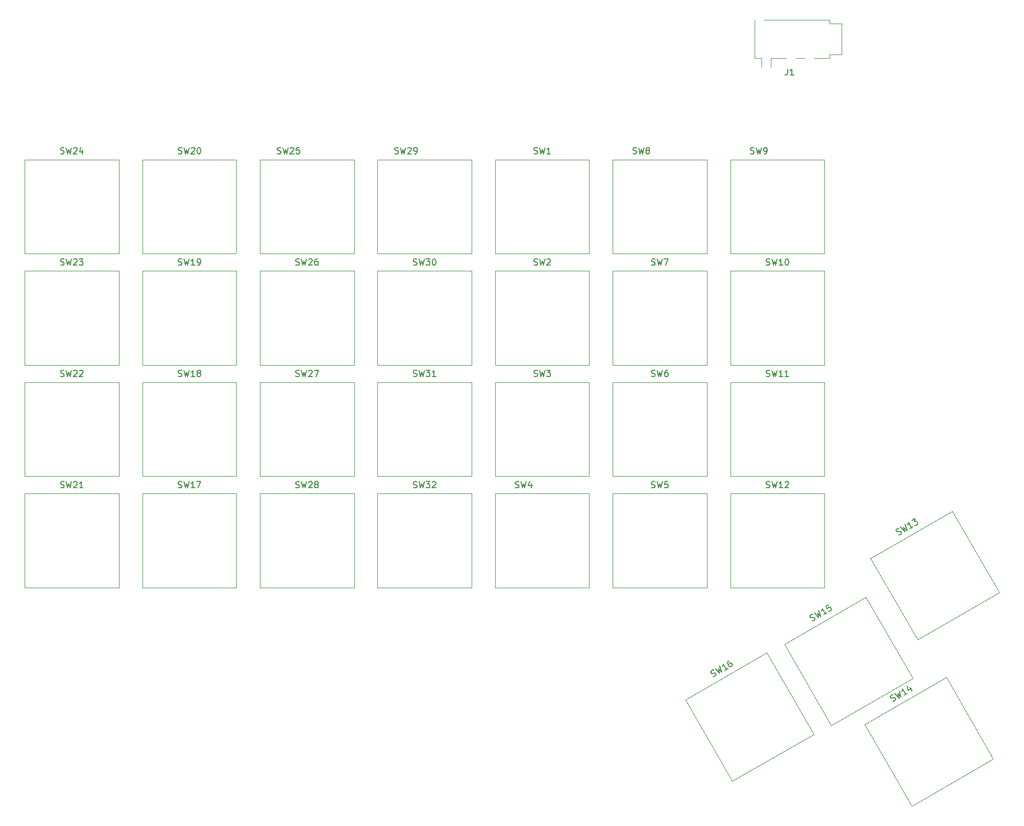
<source format=gbr>
%TF.GenerationSoftware,KiCad,Pcbnew,(6.0.9)*%
%TF.CreationDate,2022-12-02T11:33:43-08:00*%
%TF.ProjectId,keyboard_left,6b657962-6f61-4726-945f-6c6566742e6b,rev?*%
%TF.SameCoordinates,Original*%
%TF.FileFunction,Legend,Top*%
%TF.FilePolarity,Positive*%
%FSLAX46Y46*%
G04 Gerber Fmt 4.6, Leading zero omitted, Abs format (unit mm)*
G04 Created by KiCad (PCBNEW (6.0.9)) date 2022-12-02 11:33:43*
%MOMM*%
%LPD*%
G01*
G04 APERTURE LIST*
%ADD10C,0.150000*%
%ADD11C,0.120000*%
G04 APERTURE END LIST*
D10*
%TO.C,SW27*%
X67690476Y-82904761D02*
X67833333Y-82952380D01*
X68071428Y-82952380D01*
X68166666Y-82904761D01*
X68214285Y-82857142D01*
X68261904Y-82761904D01*
X68261904Y-82666666D01*
X68214285Y-82571428D01*
X68166666Y-82523809D01*
X68071428Y-82476190D01*
X67880952Y-82428571D01*
X67785714Y-82380952D01*
X67738095Y-82333333D01*
X67690476Y-82238095D01*
X67690476Y-82142857D01*
X67738095Y-82047619D01*
X67785714Y-82000000D01*
X67880952Y-81952380D01*
X68119047Y-81952380D01*
X68261904Y-82000000D01*
X68595238Y-81952380D02*
X68833333Y-82952380D01*
X69023809Y-82238095D01*
X69214285Y-82952380D01*
X69452380Y-81952380D01*
X69785714Y-82047619D02*
X69833333Y-82000000D01*
X69928571Y-81952380D01*
X70166666Y-81952380D01*
X70261904Y-82000000D01*
X70309523Y-82047619D01*
X70357142Y-82142857D01*
X70357142Y-82238095D01*
X70309523Y-82380952D01*
X69738095Y-82952380D01*
X70357142Y-82952380D01*
X70690476Y-81952380D02*
X71357142Y-81952380D01*
X70928571Y-82952380D01*
%TO.C,SW9*%
X141166666Y-46904761D02*
X141309523Y-46952380D01*
X141547619Y-46952380D01*
X141642857Y-46904761D01*
X141690476Y-46857142D01*
X141738095Y-46761904D01*
X141738095Y-46666666D01*
X141690476Y-46571428D01*
X141642857Y-46523809D01*
X141547619Y-46476190D01*
X141357142Y-46428571D01*
X141261904Y-46380952D01*
X141214285Y-46333333D01*
X141166666Y-46238095D01*
X141166666Y-46142857D01*
X141214285Y-46047619D01*
X141261904Y-46000000D01*
X141357142Y-45952380D01*
X141595238Y-45952380D01*
X141738095Y-46000000D01*
X142071428Y-45952380D02*
X142309523Y-46952380D01*
X142500000Y-46238095D01*
X142690476Y-46952380D01*
X142928571Y-45952380D01*
X143357142Y-46952380D02*
X143547619Y-46952380D01*
X143642857Y-46904761D01*
X143690476Y-46857142D01*
X143785714Y-46714285D01*
X143833333Y-46523809D01*
X143833333Y-46142857D01*
X143785714Y-46047619D01*
X143738095Y-46000000D01*
X143642857Y-45952380D01*
X143452380Y-45952380D01*
X143357142Y-46000000D01*
X143309523Y-46047619D01*
X143261904Y-46142857D01*
X143261904Y-46380952D01*
X143309523Y-46476190D01*
X143357142Y-46523809D01*
X143452380Y-46571428D01*
X143642857Y-46571428D01*
X143738095Y-46523809D01*
X143785714Y-46476190D01*
X143833333Y-46380952D01*
%TO.C,SW11*%
X143690476Y-82904761D02*
X143833333Y-82952380D01*
X144071428Y-82952380D01*
X144166666Y-82904761D01*
X144214285Y-82857142D01*
X144261904Y-82761904D01*
X144261904Y-82666666D01*
X144214285Y-82571428D01*
X144166666Y-82523809D01*
X144071428Y-82476190D01*
X143880952Y-82428571D01*
X143785714Y-82380952D01*
X143738095Y-82333333D01*
X143690476Y-82238095D01*
X143690476Y-82142857D01*
X143738095Y-82047619D01*
X143785714Y-82000000D01*
X143880952Y-81952380D01*
X144119047Y-81952380D01*
X144261904Y-82000000D01*
X144595238Y-81952380D02*
X144833333Y-82952380D01*
X145023809Y-82238095D01*
X145214285Y-82952380D01*
X145452380Y-81952380D01*
X146357142Y-82952380D02*
X145785714Y-82952380D01*
X146071428Y-82952380D02*
X146071428Y-81952380D01*
X145976190Y-82095238D01*
X145880952Y-82190476D01*
X145785714Y-82238095D01*
X147309523Y-82952380D02*
X146738095Y-82952380D01*
X147023809Y-82952380D02*
X147023809Y-81952380D01*
X146928571Y-82095238D01*
X146833333Y-82190476D01*
X146738095Y-82238095D01*
%TO.C,SW15*%
X151135287Y-122461066D02*
X151282814Y-122430877D01*
X151489011Y-122311830D01*
X151547680Y-122222971D01*
X151565110Y-122157922D01*
X151558730Y-122051634D01*
X151511111Y-121969156D01*
X151422253Y-121910487D01*
X151357204Y-121893057D01*
X151250916Y-121899437D01*
X151062149Y-121953435D01*
X150955861Y-121959815D01*
X150890812Y-121942385D01*
X150801954Y-121883716D01*
X150754334Y-121801238D01*
X150747955Y-121694949D01*
X150765385Y-121629901D01*
X150824054Y-121541042D01*
X151030250Y-121421995D01*
X151177778Y-121391805D01*
X151442643Y-121183899D02*
X152148840Y-121930877D01*
X151956654Y-121217050D01*
X152478754Y-121740401D01*
X152184951Y-120755328D01*
X153468497Y-121168972D02*
X152973626Y-121454687D01*
X153221062Y-121311830D02*
X152721062Y-120445804D01*
X152710012Y-120617141D01*
X152675152Y-120747239D01*
X152616483Y-120836097D01*
X153752044Y-119850566D02*
X153339651Y-120088661D01*
X153536507Y-120524864D01*
X153553937Y-120459815D01*
X153612606Y-120370957D01*
X153818803Y-120251909D01*
X153925091Y-120245529D01*
X153990139Y-120262959D01*
X154078998Y-120321628D01*
X154198045Y-120527825D01*
X154204425Y-120634113D01*
X154186995Y-120699162D01*
X154128326Y-120788020D01*
X153922130Y-120907068D01*
X153815842Y-120913447D01*
X153750793Y-120896018D01*
%TO.C,SW5*%
X125166666Y-100904761D02*
X125309523Y-100952380D01*
X125547619Y-100952380D01*
X125642857Y-100904761D01*
X125690476Y-100857142D01*
X125738095Y-100761904D01*
X125738095Y-100666666D01*
X125690476Y-100571428D01*
X125642857Y-100523809D01*
X125547619Y-100476190D01*
X125357142Y-100428571D01*
X125261904Y-100380952D01*
X125214285Y-100333333D01*
X125166666Y-100238095D01*
X125166666Y-100142857D01*
X125214285Y-100047619D01*
X125261904Y-100000000D01*
X125357142Y-99952380D01*
X125595238Y-99952380D01*
X125738095Y-100000000D01*
X126071428Y-99952380D02*
X126309523Y-100952380D01*
X126500000Y-100238095D01*
X126690476Y-100952380D01*
X126928571Y-99952380D01*
X127785714Y-99952380D02*
X127309523Y-99952380D01*
X127261904Y-100428571D01*
X127309523Y-100380952D01*
X127404761Y-100333333D01*
X127642857Y-100333333D01*
X127738095Y-100380952D01*
X127785714Y-100428571D01*
X127833333Y-100523809D01*
X127833333Y-100761904D01*
X127785714Y-100857142D01*
X127738095Y-100904761D01*
X127642857Y-100952380D01*
X127404761Y-100952380D01*
X127309523Y-100904761D01*
X127261904Y-100857142D01*
%TO.C,SW14*%
X164135287Y-135461066D02*
X164282814Y-135430877D01*
X164489011Y-135311830D01*
X164547680Y-135222971D01*
X164565110Y-135157922D01*
X164558730Y-135051634D01*
X164511111Y-134969156D01*
X164422253Y-134910487D01*
X164357204Y-134893057D01*
X164250916Y-134899437D01*
X164062149Y-134953435D01*
X163955861Y-134959815D01*
X163890812Y-134942385D01*
X163801954Y-134883716D01*
X163754334Y-134801238D01*
X163747955Y-134694949D01*
X163765385Y-134629901D01*
X163824054Y-134541042D01*
X164030250Y-134421995D01*
X164177778Y-134391805D01*
X164442643Y-134183899D02*
X165148840Y-134930877D01*
X164956654Y-134217050D01*
X165478754Y-134740401D01*
X165184951Y-133755328D01*
X166468497Y-134168972D02*
X165973626Y-134454687D01*
X166221062Y-134311830D02*
X165721062Y-133445804D01*
X165710012Y-133617141D01*
X165675152Y-133747239D01*
X165616483Y-133836097D01*
X166877472Y-133163051D02*
X167210805Y-133740401D01*
X166480799Y-132952184D02*
X166631745Y-133689821D01*
X167167856Y-133380297D01*
%TO.C,SW21*%
X29690476Y-100904761D02*
X29833333Y-100952380D01*
X30071428Y-100952380D01*
X30166666Y-100904761D01*
X30214285Y-100857142D01*
X30261904Y-100761904D01*
X30261904Y-100666666D01*
X30214285Y-100571428D01*
X30166666Y-100523809D01*
X30071428Y-100476190D01*
X29880952Y-100428571D01*
X29785714Y-100380952D01*
X29738095Y-100333333D01*
X29690476Y-100238095D01*
X29690476Y-100142857D01*
X29738095Y-100047619D01*
X29785714Y-100000000D01*
X29880952Y-99952380D01*
X30119047Y-99952380D01*
X30261904Y-100000000D01*
X30595238Y-99952380D02*
X30833333Y-100952380D01*
X31023809Y-100238095D01*
X31214285Y-100952380D01*
X31452380Y-99952380D01*
X31785714Y-100047619D02*
X31833333Y-100000000D01*
X31928571Y-99952380D01*
X32166666Y-99952380D01*
X32261904Y-100000000D01*
X32309523Y-100047619D01*
X32357142Y-100142857D01*
X32357142Y-100238095D01*
X32309523Y-100380952D01*
X31738095Y-100952380D01*
X32357142Y-100952380D01*
X33309523Y-100952380D02*
X32738095Y-100952380D01*
X33023809Y-100952380D02*
X33023809Y-99952380D01*
X32928571Y-100095238D01*
X32833333Y-100190476D01*
X32738095Y-100238095D01*
%TO.C,SW3*%
X106166666Y-82904761D02*
X106309523Y-82952380D01*
X106547619Y-82952380D01*
X106642857Y-82904761D01*
X106690476Y-82857142D01*
X106738095Y-82761904D01*
X106738095Y-82666666D01*
X106690476Y-82571428D01*
X106642857Y-82523809D01*
X106547619Y-82476190D01*
X106357142Y-82428571D01*
X106261904Y-82380952D01*
X106214285Y-82333333D01*
X106166666Y-82238095D01*
X106166666Y-82142857D01*
X106214285Y-82047619D01*
X106261904Y-82000000D01*
X106357142Y-81952380D01*
X106595238Y-81952380D01*
X106738095Y-82000000D01*
X107071428Y-81952380D02*
X107309523Y-82952380D01*
X107500000Y-82238095D01*
X107690476Y-82952380D01*
X107928571Y-81952380D01*
X108214285Y-81952380D02*
X108833333Y-81952380D01*
X108500000Y-82333333D01*
X108642857Y-82333333D01*
X108738095Y-82380952D01*
X108785714Y-82428571D01*
X108833333Y-82523809D01*
X108833333Y-82761904D01*
X108785714Y-82857142D01*
X108738095Y-82904761D01*
X108642857Y-82952380D01*
X108357142Y-82952380D01*
X108261904Y-82904761D01*
X108214285Y-82857142D01*
%TO.C,SW10*%
X143690476Y-64904761D02*
X143833333Y-64952380D01*
X144071428Y-64952380D01*
X144166666Y-64904761D01*
X144214285Y-64857142D01*
X144261904Y-64761904D01*
X144261904Y-64666666D01*
X144214285Y-64571428D01*
X144166666Y-64523809D01*
X144071428Y-64476190D01*
X143880952Y-64428571D01*
X143785714Y-64380952D01*
X143738095Y-64333333D01*
X143690476Y-64238095D01*
X143690476Y-64142857D01*
X143738095Y-64047619D01*
X143785714Y-64000000D01*
X143880952Y-63952380D01*
X144119047Y-63952380D01*
X144261904Y-64000000D01*
X144595238Y-63952380D02*
X144833333Y-64952380D01*
X145023809Y-64238095D01*
X145214285Y-64952380D01*
X145452380Y-63952380D01*
X146357142Y-64952380D02*
X145785714Y-64952380D01*
X146071428Y-64952380D02*
X146071428Y-63952380D01*
X145976190Y-64095238D01*
X145880952Y-64190476D01*
X145785714Y-64238095D01*
X146976190Y-63952380D02*
X147071428Y-63952380D01*
X147166666Y-64000000D01*
X147214285Y-64047619D01*
X147261904Y-64142857D01*
X147309523Y-64333333D01*
X147309523Y-64571428D01*
X147261904Y-64761904D01*
X147214285Y-64857142D01*
X147166666Y-64904761D01*
X147071428Y-64952380D01*
X146976190Y-64952380D01*
X146880952Y-64904761D01*
X146833333Y-64857142D01*
X146785714Y-64761904D01*
X146738095Y-64571428D01*
X146738095Y-64333333D01*
X146785714Y-64142857D01*
X146833333Y-64047619D01*
X146880952Y-64000000D01*
X146976190Y-63952380D01*
%TO.C,J1*%
X147129166Y-33239880D02*
X147129166Y-33954166D01*
X147081547Y-34097023D01*
X146986309Y-34192261D01*
X146843452Y-34239880D01*
X146748214Y-34239880D01*
X148129166Y-34239880D02*
X147557738Y-34239880D01*
X147843452Y-34239880D02*
X147843452Y-33239880D01*
X147748214Y-33382738D01*
X147652976Y-33477976D01*
X147557738Y-33525595D01*
%TO.C,SW24*%
X29690476Y-46904761D02*
X29833333Y-46952380D01*
X30071428Y-46952380D01*
X30166666Y-46904761D01*
X30214285Y-46857142D01*
X30261904Y-46761904D01*
X30261904Y-46666666D01*
X30214285Y-46571428D01*
X30166666Y-46523809D01*
X30071428Y-46476190D01*
X29880952Y-46428571D01*
X29785714Y-46380952D01*
X29738095Y-46333333D01*
X29690476Y-46238095D01*
X29690476Y-46142857D01*
X29738095Y-46047619D01*
X29785714Y-46000000D01*
X29880952Y-45952380D01*
X30119047Y-45952380D01*
X30261904Y-46000000D01*
X30595238Y-45952380D02*
X30833333Y-46952380D01*
X31023809Y-46238095D01*
X31214285Y-46952380D01*
X31452380Y-45952380D01*
X31785714Y-46047619D02*
X31833333Y-46000000D01*
X31928571Y-45952380D01*
X32166666Y-45952380D01*
X32261904Y-46000000D01*
X32309523Y-46047619D01*
X32357142Y-46142857D01*
X32357142Y-46238095D01*
X32309523Y-46380952D01*
X31738095Y-46952380D01*
X32357142Y-46952380D01*
X33214285Y-46285714D02*
X33214285Y-46952380D01*
X32976190Y-45904761D02*
X32738095Y-46619047D01*
X33357142Y-46619047D01*
%TO.C,SW26*%
X67690476Y-64904761D02*
X67833333Y-64952380D01*
X68071428Y-64952380D01*
X68166666Y-64904761D01*
X68214285Y-64857142D01*
X68261904Y-64761904D01*
X68261904Y-64666666D01*
X68214285Y-64571428D01*
X68166666Y-64523809D01*
X68071428Y-64476190D01*
X67880952Y-64428571D01*
X67785714Y-64380952D01*
X67738095Y-64333333D01*
X67690476Y-64238095D01*
X67690476Y-64142857D01*
X67738095Y-64047619D01*
X67785714Y-64000000D01*
X67880952Y-63952380D01*
X68119047Y-63952380D01*
X68261904Y-64000000D01*
X68595238Y-63952380D02*
X68833333Y-64952380D01*
X69023809Y-64238095D01*
X69214285Y-64952380D01*
X69452380Y-63952380D01*
X69785714Y-64047619D02*
X69833333Y-64000000D01*
X69928571Y-63952380D01*
X70166666Y-63952380D01*
X70261904Y-64000000D01*
X70309523Y-64047619D01*
X70357142Y-64142857D01*
X70357142Y-64238095D01*
X70309523Y-64380952D01*
X69738095Y-64952380D01*
X70357142Y-64952380D01*
X71214285Y-63952380D02*
X71023809Y-63952380D01*
X70928571Y-64000000D01*
X70880952Y-64047619D01*
X70785714Y-64190476D01*
X70738095Y-64380952D01*
X70738095Y-64761904D01*
X70785714Y-64857142D01*
X70833333Y-64904761D01*
X70928571Y-64952380D01*
X71119047Y-64952380D01*
X71214285Y-64904761D01*
X71261904Y-64857142D01*
X71309523Y-64761904D01*
X71309523Y-64523809D01*
X71261904Y-64428571D01*
X71214285Y-64380952D01*
X71119047Y-64333333D01*
X70928571Y-64333333D01*
X70833333Y-64380952D01*
X70785714Y-64428571D01*
X70738095Y-64523809D01*
%TO.C,SW16*%
X135135287Y-131461066D02*
X135282814Y-131430877D01*
X135489011Y-131311830D01*
X135547680Y-131222971D01*
X135565110Y-131157922D01*
X135558730Y-131051634D01*
X135511111Y-130969156D01*
X135422253Y-130910487D01*
X135357204Y-130893057D01*
X135250916Y-130899437D01*
X135062149Y-130953435D01*
X134955861Y-130959815D01*
X134890812Y-130942385D01*
X134801954Y-130883716D01*
X134754334Y-130801238D01*
X134747955Y-130694949D01*
X134765385Y-130629901D01*
X134824054Y-130541042D01*
X135030250Y-130421995D01*
X135177778Y-130391805D01*
X135442643Y-130183899D02*
X136148840Y-130930877D01*
X135956654Y-130217050D01*
X136478754Y-130740401D01*
X136184951Y-129755328D01*
X137468497Y-130168972D02*
X136973626Y-130454687D01*
X137221062Y-130311830D02*
X136721062Y-129445804D01*
X136710012Y-129617141D01*
X136675152Y-129747239D01*
X136616483Y-129836097D01*
X137710805Y-128874376D02*
X137545848Y-128969614D01*
X137487179Y-129058472D01*
X137469749Y-129123521D01*
X137458699Y-129294858D01*
X137512698Y-129483625D01*
X137703174Y-129813539D01*
X137792032Y-129872208D01*
X137857081Y-129889638D01*
X137963369Y-129883258D01*
X138128326Y-129788020D01*
X138186995Y-129699162D01*
X138204425Y-129634113D01*
X138198045Y-129527825D01*
X138078998Y-129321628D01*
X137990139Y-129262959D01*
X137925091Y-129245529D01*
X137818803Y-129251909D01*
X137653845Y-129347147D01*
X137595176Y-129436006D01*
X137577746Y-129501054D01*
X137584126Y-129607343D01*
%TO.C,SW2*%
X106166666Y-64904761D02*
X106309523Y-64952380D01*
X106547619Y-64952380D01*
X106642857Y-64904761D01*
X106690476Y-64857142D01*
X106738095Y-64761904D01*
X106738095Y-64666666D01*
X106690476Y-64571428D01*
X106642857Y-64523809D01*
X106547619Y-64476190D01*
X106357142Y-64428571D01*
X106261904Y-64380952D01*
X106214285Y-64333333D01*
X106166666Y-64238095D01*
X106166666Y-64142857D01*
X106214285Y-64047619D01*
X106261904Y-64000000D01*
X106357142Y-63952380D01*
X106595238Y-63952380D01*
X106738095Y-64000000D01*
X107071428Y-63952380D02*
X107309523Y-64952380D01*
X107500000Y-64238095D01*
X107690476Y-64952380D01*
X107928571Y-63952380D01*
X108261904Y-64047619D02*
X108309523Y-64000000D01*
X108404761Y-63952380D01*
X108642857Y-63952380D01*
X108738095Y-64000000D01*
X108785714Y-64047619D01*
X108833333Y-64142857D01*
X108833333Y-64238095D01*
X108785714Y-64380952D01*
X108214285Y-64952380D01*
X108833333Y-64952380D01*
%TO.C,SW25*%
X64690476Y-46904761D02*
X64833333Y-46952380D01*
X65071428Y-46952380D01*
X65166666Y-46904761D01*
X65214285Y-46857142D01*
X65261904Y-46761904D01*
X65261904Y-46666666D01*
X65214285Y-46571428D01*
X65166666Y-46523809D01*
X65071428Y-46476190D01*
X64880952Y-46428571D01*
X64785714Y-46380952D01*
X64738095Y-46333333D01*
X64690476Y-46238095D01*
X64690476Y-46142857D01*
X64738095Y-46047619D01*
X64785714Y-46000000D01*
X64880952Y-45952380D01*
X65119047Y-45952380D01*
X65261904Y-46000000D01*
X65595238Y-45952380D02*
X65833333Y-46952380D01*
X66023809Y-46238095D01*
X66214285Y-46952380D01*
X66452380Y-45952380D01*
X66785714Y-46047619D02*
X66833333Y-46000000D01*
X66928571Y-45952380D01*
X67166666Y-45952380D01*
X67261904Y-46000000D01*
X67309523Y-46047619D01*
X67357142Y-46142857D01*
X67357142Y-46238095D01*
X67309523Y-46380952D01*
X66738095Y-46952380D01*
X67357142Y-46952380D01*
X68261904Y-45952380D02*
X67785714Y-45952380D01*
X67738095Y-46428571D01*
X67785714Y-46380952D01*
X67880952Y-46333333D01*
X68119047Y-46333333D01*
X68214285Y-46380952D01*
X68261904Y-46428571D01*
X68309523Y-46523809D01*
X68309523Y-46761904D01*
X68261904Y-46857142D01*
X68214285Y-46904761D01*
X68119047Y-46952380D01*
X67880952Y-46952380D01*
X67785714Y-46904761D01*
X67738095Y-46857142D01*
%TO.C,SW13*%
X165085287Y-108570616D02*
X165232814Y-108540427D01*
X165439011Y-108421380D01*
X165497680Y-108332521D01*
X165515110Y-108267472D01*
X165508730Y-108161184D01*
X165461111Y-108078706D01*
X165372253Y-108020037D01*
X165307204Y-108002607D01*
X165200916Y-108008987D01*
X165012149Y-108062985D01*
X164905861Y-108069365D01*
X164840812Y-108051935D01*
X164751954Y-107993266D01*
X164704334Y-107910788D01*
X164697955Y-107804499D01*
X164715385Y-107739451D01*
X164774054Y-107650592D01*
X164980250Y-107531545D01*
X165127778Y-107501355D01*
X165392643Y-107293449D02*
X166098840Y-108040427D01*
X165906654Y-107326600D01*
X166428754Y-107849951D01*
X166134951Y-106864878D01*
X167418497Y-107278522D02*
X166923626Y-107564237D01*
X167171062Y-107421380D02*
X166671062Y-106555354D01*
X166660012Y-106726691D01*
X166625152Y-106856789D01*
X166566483Y-106945647D01*
X167207173Y-106245830D02*
X167743284Y-105936307D01*
X167645085Y-106432888D01*
X167768803Y-106361459D01*
X167875091Y-106355079D01*
X167940139Y-106372509D01*
X168028998Y-106431178D01*
X168148045Y-106637375D01*
X168154425Y-106743663D01*
X168136995Y-106808712D01*
X168078326Y-106897570D01*
X167830891Y-107040427D01*
X167724602Y-107046807D01*
X167659554Y-107029377D01*
%TO.C,SW32*%
X86690476Y-100904761D02*
X86833333Y-100952380D01*
X87071428Y-100952380D01*
X87166666Y-100904761D01*
X87214285Y-100857142D01*
X87261904Y-100761904D01*
X87261904Y-100666666D01*
X87214285Y-100571428D01*
X87166666Y-100523809D01*
X87071428Y-100476190D01*
X86880952Y-100428571D01*
X86785714Y-100380952D01*
X86738095Y-100333333D01*
X86690476Y-100238095D01*
X86690476Y-100142857D01*
X86738095Y-100047619D01*
X86785714Y-100000000D01*
X86880952Y-99952380D01*
X87119047Y-99952380D01*
X87261904Y-100000000D01*
X87595238Y-99952380D02*
X87833333Y-100952380D01*
X88023809Y-100238095D01*
X88214285Y-100952380D01*
X88452380Y-99952380D01*
X88738095Y-99952380D02*
X89357142Y-99952380D01*
X89023809Y-100333333D01*
X89166666Y-100333333D01*
X89261904Y-100380952D01*
X89309523Y-100428571D01*
X89357142Y-100523809D01*
X89357142Y-100761904D01*
X89309523Y-100857142D01*
X89261904Y-100904761D01*
X89166666Y-100952380D01*
X88880952Y-100952380D01*
X88785714Y-100904761D01*
X88738095Y-100857142D01*
X89738095Y-100047619D02*
X89785714Y-100000000D01*
X89880952Y-99952380D01*
X90119047Y-99952380D01*
X90214285Y-100000000D01*
X90261904Y-100047619D01*
X90309523Y-100142857D01*
X90309523Y-100238095D01*
X90261904Y-100380952D01*
X89690476Y-100952380D01*
X90309523Y-100952380D01*
%TO.C,SW12*%
X143690476Y-100904761D02*
X143833333Y-100952380D01*
X144071428Y-100952380D01*
X144166666Y-100904761D01*
X144214285Y-100857142D01*
X144261904Y-100761904D01*
X144261904Y-100666666D01*
X144214285Y-100571428D01*
X144166666Y-100523809D01*
X144071428Y-100476190D01*
X143880952Y-100428571D01*
X143785714Y-100380952D01*
X143738095Y-100333333D01*
X143690476Y-100238095D01*
X143690476Y-100142857D01*
X143738095Y-100047619D01*
X143785714Y-100000000D01*
X143880952Y-99952380D01*
X144119047Y-99952380D01*
X144261904Y-100000000D01*
X144595238Y-99952380D02*
X144833333Y-100952380D01*
X145023809Y-100238095D01*
X145214285Y-100952380D01*
X145452380Y-99952380D01*
X146357142Y-100952380D02*
X145785714Y-100952380D01*
X146071428Y-100952380D02*
X146071428Y-99952380D01*
X145976190Y-100095238D01*
X145880952Y-100190476D01*
X145785714Y-100238095D01*
X146738095Y-100047619D02*
X146785714Y-100000000D01*
X146880952Y-99952380D01*
X147119047Y-99952380D01*
X147214285Y-100000000D01*
X147261904Y-100047619D01*
X147309523Y-100142857D01*
X147309523Y-100238095D01*
X147261904Y-100380952D01*
X146690476Y-100952380D01*
X147309523Y-100952380D01*
%TO.C,SW18*%
X48690476Y-82904761D02*
X48833333Y-82952380D01*
X49071428Y-82952380D01*
X49166666Y-82904761D01*
X49214285Y-82857142D01*
X49261904Y-82761904D01*
X49261904Y-82666666D01*
X49214285Y-82571428D01*
X49166666Y-82523809D01*
X49071428Y-82476190D01*
X48880952Y-82428571D01*
X48785714Y-82380952D01*
X48738095Y-82333333D01*
X48690476Y-82238095D01*
X48690476Y-82142857D01*
X48738095Y-82047619D01*
X48785714Y-82000000D01*
X48880952Y-81952380D01*
X49119047Y-81952380D01*
X49261904Y-82000000D01*
X49595238Y-81952380D02*
X49833333Y-82952380D01*
X50023809Y-82238095D01*
X50214285Y-82952380D01*
X50452380Y-81952380D01*
X51357142Y-82952380D02*
X50785714Y-82952380D01*
X51071428Y-82952380D02*
X51071428Y-81952380D01*
X50976190Y-82095238D01*
X50880952Y-82190476D01*
X50785714Y-82238095D01*
X51928571Y-82380952D02*
X51833333Y-82333333D01*
X51785714Y-82285714D01*
X51738095Y-82190476D01*
X51738095Y-82142857D01*
X51785714Y-82047619D01*
X51833333Y-82000000D01*
X51928571Y-81952380D01*
X52119047Y-81952380D01*
X52214285Y-82000000D01*
X52261904Y-82047619D01*
X52309523Y-82142857D01*
X52309523Y-82190476D01*
X52261904Y-82285714D01*
X52214285Y-82333333D01*
X52119047Y-82380952D01*
X51928571Y-82380952D01*
X51833333Y-82428571D01*
X51785714Y-82476190D01*
X51738095Y-82571428D01*
X51738095Y-82761904D01*
X51785714Y-82857142D01*
X51833333Y-82904761D01*
X51928571Y-82952380D01*
X52119047Y-82952380D01*
X52214285Y-82904761D01*
X52261904Y-82857142D01*
X52309523Y-82761904D01*
X52309523Y-82571428D01*
X52261904Y-82476190D01*
X52214285Y-82428571D01*
X52119047Y-82380952D01*
%TO.C,SW29*%
X83690476Y-46904761D02*
X83833333Y-46952380D01*
X84071428Y-46952380D01*
X84166666Y-46904761D01*
X84214285Y-46857142D01*
X84261904Y-46761904D01*
X84261904Y-46666666D01*
X84214285Y-46571428D01*
X84166666Y-46523809D01*
X84071428Y-46476190D01*
X83880952Y-46428571D01*
X83785714Y-46380952D01*
X83738095Y-46333333D01*
X83690476Y-46238095D01*
X83690476Y-46142857D01*
X83738095Y-46047619D01*
X83785714Y-46000000D01*
X83880952Y-45952380D01*
X84119047Y-45952380D01*
X84261904Y-46000000D01*
X84595238Y-45952380D02*
X84833333Y-46952380D01*
X85023809Y-46238095D01*
X85214285Y-46952380D01*
X85452380Y-45952380D01*
X85785714Y-46047619D02*
X85833333Y-46000000D01*
X85928571Y-45952380D01*
X86166666Y-45952380D01*
X86261904Y-46000000D01*
X86309523Y-46047619D01*
X86357142Y-46142857D01*
X86357142Y-46238095D01*
X86309523Y-46380952D01*
X85738095Y-46952380D01*
X86357142Y-46952380D01*
X86833333Y-46952380D02*
X87023809Y-46952380D01*
X87119047Y-46904761D01*
X87166666Y-46857142D01*
X87261904Y-46714285D01*
X87309523Y-46523809D01*
X87309523Y-46142857D01*
X87261904Y-46047619D01*
X87214285Y-46000000D01*
X87119047Y-45952380D01*
X86928571Y-45952380D01*
X86833333Y-46000000D01*
X86785714Y-46047619D01*
X86738095Y-46142857D01*
X86738095Y-46380952D01*
X86785714Y-46476190D01*
X86833333Y-46523809D01*
X86928571Y-46571428D01*
X87119047Y-46571428D01*
X87214285Y-46523809D01*
X87261904Y-46476190D01*
X87309523Y-46380952D01*
%TO.C,SW28*%
X67690476Y-100904761D02*
X67833333Y-100952380D01*
X68071428Y-100952380D01*
X68166666Y-100904761D01*
X68214285Y-100857142D01*
X68261904Y-100761904D01*
X68261904Y-100666666D01*
X68214285Y-100571428D01*
X68166666Y-100523809D01*
X68071428Y-100476190D01*
X67880952Y-100428571D01*
X67785714Y-100380952D01*
X67738095Y-100333333D01*
X67690476Y-100238095D01*
X67690476Y-100142857D01*
X67738095Y-100047619D01*
X67785714Y-100000000D01*
X67880952Y-99952380D01*
X68119047Y-99952380D01*
X68261904Y-100000000D01*
X68595238Y-99952380D02*
X68833333Y-100952380D01*
X69023809Y-100238095D01*
X69214285Y-100952380D01*
X69452380Y-99952380D01*
X69785714Y-100047619D02*
X69833333Y-100000000D01*
X69928571Y-99952380D01*
X70166666Y-99952380D01*
X70261904Y-100000000D01*
X70309523Y-100047619D01*
X70357142Y-100142857D01*
X70357142Y-100238095D01*
X70309523Y-100380952D01*
X69738095Y-100952380D01*
X70357142Y-100952380D01*
X70928571Y-100380952D02*
X70833333Y-100333333D01*
X70785714Y-100285714D01*
X70738095Y-100190476D01*
X70738095Y-100142857D01*
X70785714Y-100047619D01*
X70833333Y-100000000D01*
X70928571Y-99952380D01*
X71119047Y-99952380D01*
X71214285Y-100000000D01*
X71261904Y-100047619D01*
X71309523Y-100142857D01*
X71309523Y-100190476D01*
X71261904Y-100285714D01*
X71214285Y-100333333D01*
X71119047Y-100380952D01*
X70928571Y-100380952D01*
X70833333Y-100428571D01*
X70785714Y-100476190D01*
X70738095Y-100571428D01*
X70738095Y-100761904D01*
X70785714Y-100857142D01*
X70833333Y-100904761D01*
X70928571Y-100952380D01*
X71119047Y-100952380D01*
X71214285Y-100904761D01*
X71261904Y-100857142D01*
X71309523Y-100761904D01*
X71309523Y-100571428D01*
X71261904Y-100476190D01*
X71214285Y-100428571D01*
X71119047Y-100380952D01*
%TO.C,SW30*%
X86690476Y-64904761D02*
X86833333Y-64952380D01*
X87071428Y-64952380D01*
X87166666Y-64904761D01*
X87214285Y-64857142D01*
X87261904Y-64761904D01*
X87261904Y-64666666D01*
X87214285Y-64571428D01*
X87166666Y-64523809D01*
X87071428Y-64476190D01*
X86880952Y-64428571D01*
X86785714Y-64380952D01*
X86738095Y-64333333D01*
X86690476Y-64238095D01*
X86690476Y-64142857D01*
X86738095Y-64047619D01*
X86785714Y-64000000D01*
X86880952Y-63952380D01*
X87119047Y-63952380D01*
X87261904Y-64000000D01*
X87595238Y-63952380D02*
X87833333Y-64952380D01*
X88023809Y-64238095D01*
X88214285Y-64952380D01*
X88452380Y-63952380D01*
X88738095Y-63952380D02*
X89357142Y-63952380D01*
X89023809Y-64333333D01*
X89166666Y-64333333D01*
X89261904Y-64380952D01*
X89309523Y-64428571D01*
X89357142Y-64523809D01*
X89357142Y-64761904D01*
X89309523Y-64857142D01*
X89261904Y-64904761D01*
X89166666Y-64952380D01*
X88880952Y-64952380D01*
X88785714Y-64904761D01*
X88738095Y-64857142D01*
X89976190Y-63952380D02*
X90071428Y-63952380D01*
X90166666Y-64000000D01*
X90214285Y-64047619D01*
X90261904Y-64142857D01*
X90309523Y-64333333D01*
X90309523Y-64571428D01*
X90261904Y-64761904D01*
X90214285Y-64857142D01*
X90166666Y-64904761D01*
X90071428Y-64952380D01*
X89976190Y-64952380D01*
X89880952Y-64904761D01*
X89833333Y-64857142D01*
X89785714Y-64761904D01*
X89738095Y-64571428D01*
X89738095Y-64333333D01*
X89785714Y-64142857D01*
X89833333Y-64047619D01*
X89880952Y-64000000D01*
X89976190Y-63952380D01*
%TO.C,SW8*%
X122166666Y-46904761D02*
X122309523Y-46952380D01*
X122547619Y-46952380D01*
X122642857Y-46904761D01*
X122690476Y-46857142D01*
X122738095Y-46761904D01*
X122738095Y-46666666D01*
X122690476Y-46571428D01*
X122642857Y-46523809D01*
X122547619Y-46476190D01*
X122357142Y-46428571D01*
X122261904Y-46380952D01*
X122214285Y-46333333D01*
X122166666Y-46238095D01*
X122166666Y-46142857D01*
X122214285Y-46047619D01*
X122261904Y-46000000D01*
X122357142Y-45952380D01*
X122595238Y-45952380D01*
X122738095Y-46000000D01*
X123071428Y-45952380D02*
X123309523Y-46952380D01*
X123500000Y-46238095D01*
X123690476Y-46952380D01*
X123928571Y-45952380D01*
X124452380Y-46380952D02*
X124357142Y-46333333D01*
X124309523Y-46285714D01*
X124261904Y-46190476D01*
X124261904Y-46142857D01*
X124309523Y-46047619D01*
X124357142Y-46000000D01*
X124452380Y-45952380D01*
X124642857Y-45952380D01*
X124738095Y-46000000D01*
X124785714Y-46047619D01*
X124833333Y-46142857D01*
X124833333Y-46190476D01*
X124785714Y-46285714D01*
X124738095Y-46333333D01*
X124642857Y-46380952D01*
X124452380Y-46380952D01*
X124357142Y-46428571D01*
X124309523Y-46476190D01*
X124261904Y-46571428D01*
X124261904Y-46761904D01*
X124309523Y-46857142D01*
X124357142Y-46904761D01*
X124452380Y-46952380D01*
X124642857Y-46952380D01*
X124738095Y-46904761D01*
X124785714Y-46857142D01*
X124833333Y-46761904D01*
X124833333Y-46571428D01*
X124785714Y-46476190D01*
X124738095Y-46428571D01*
X124642857Y-46380952D01*
%TO.C,SW1*%
X106166666Y-46904761D02*
X106309523Y-46952380D01*
X106547619Y-46952380D01*
X106642857Y-46904761D01*
X106690476Y-46857142D01*
X106738095Y-46761904D01*
X106738095Y-46666666D01*
X106690476Y-46571428D01*
X106642857Y-46523809D01*
X106547619Y-46476190D01*
X106357142Y-46428571D01*
X106261904Y-46380952D01*
X106214285Y-46333333D01*
X106166666Y-46238095D01*
X106166666Y-46142857D01*
X106214285Y-46047619D01*
X106261904Y-46000000D01*
X106357142Y-45952380D01*
X106595238Y-45952380D01*
X106738095Y-46000000D01*
X107071428Y-45952380D02*
X107309523Y-46952380D01*
X107500000Y-46238095D01*
X107690476Y-46952380D01*
X107928571Y-45952380D01*
X108833333Y-46952380D02*
X108261904Y-46952380D01*
X108547619Y-46952380D02*
X108547619Y-45952380D01*
X108452380Y-46095238D01*
X108357142Y-46190476D01*
X108261904Y-46238095D01*
%TO.C,SW7*%
X125166666Y-64904761D02*
X125309523Y-64952380D01*
X125547619Y-64952380D01*
X125642857Y-64904761D01*
X125690476Y-64857142D01*
X125738095Y-64761904D01*
X125738095Y-64666666D01*
X125690476Y-64571428D01*
X125642857Y-64523809D01*
X125547619Y-64476190D01*
X125357142Y-64428571D01*
X125261904Y-64380952D01*
X125214285Y-64333333D01*
X125166666Y-64238095D01*
X125166666Y-64142857D01*
X125214285Y-64047619D01*
X125261904Y-64000000D01*
X125357142Y-63952380D01*
X125595238Y-63952380D01*
X125738095Y-64000000D01*
X126071428Y-63952380D02*
X126309523Y-64952380D01*
X126500000Y-64238095D01*
X126690476Y-64952380D01*
X126928571Y-63952380D01*
X127214285Y-63952380D02*
X127880952Y-63952380D01*
X127452380Y-64952380D01*
%TO.C,SW31*%
X86690476Y-82904761D02*
X86833333Y-82952380D01*
X87071428Y-82952380D01*
X87166666Y-82904761D01*
X87214285Y-82857142D01*
X87261904Y-82761904D01*
X87261904Y-82666666D01*
X87214285Y-82571428D01*
X87166666Y-82523809D01*
X87071428Y-82476190D01*
X86880952Y-82428571D01*
X86785714Y-82380952D01*
X86738095Y-82333333D01*
X86690476Y-82238095D01*
X86690476Y-82142857D01*
X86738095Y-82047619D01*
X86785714Y-82000000D01*
X86880952Y-81952380D01*
X87119047Y-81952380D01*
X87261904Y-82000000D01*
X87595238Y-81952380D02*
X87833333Y-82952380D01*
X88023809Y-82238095D01*
X88214285Y-82952380D01*
X88452380Y-81952380D01*
X88738095Y-81952380D02*
X89357142Y-81952380D01*
X89023809Y-82333333D01*
X89166666Y-82333333D01*
X89261904Y-82380952D01*
X89309523Y-82428571D01*
X89357142Y-82523809D01*
X89357142Y-82761904D01*
X89309523Y-82857142D01*
X89261904Y-82904761D01*
X89166666Y-82952380D01*
X88880952Y-82952380D01*
X88785714Y-82904761D01*
X88738095Y-82857142D01*
X90309523Y-82952380D02*
X89738095Y-82952380D01*
X90023809Y-82952380D02*
X90023809Y-81952380D01*
X89928571Y-82095238D01*
X89833333Y-82190476D01*
X89738095Y-82238095D01*
%TO.C,SW23*%
X29690476Y-64904761D02*
X29833333Y-64952380D01*
X30071428Y-64952380D01*
X30166666Y-64904761D01*
X30214285Y-64857142D01*
X30261904Y-64761904D01*
X30261904Y-64666666D01*
X30214285Y-64571428D01*
X30166666Y-64523809D01*
X30071428Y-64476190D01*
X29880952Y-64428571D01*
X29785714Y-64380952D01*
X29738095Y-64333333D01*
X29690476Y-64238095D01*
X29690476Y-64142857D01*
X29738095Y-64047619D01*
X29785714Y-64000000D01*
X29880952Y-63952380D01*
X30119047Y-63952380D01*
X30261904Y-64000000D01*
X30595238Y-63952380D02*
X30833333Y-64952380D01*
X31023809Y-64238095D01*
X31214285Y-64952380D01*
X31452380Y-63952380D01*
X31785714Y-64047619D02*
X31833333Y-64000000D01*
X31928571Y-63952380D01*
X32166666Y-63952380D01*
X32261904Y-64000000D01*
X32309523Y-64047619D01*
X32357142Y-64142857D01*
X32357142Y-64238095D01*
X32309523Y-64380952D01*
X31738095Y-64952380D01*
X32357142Y-64952380D01*
X32690476Y-63952380D02*
X33309523Y-63952380D01*
X32976190Y-64333333D01*
X33119047Y-64333333D01*
X33214285Y-64380952D01*
X33261904Y-64428571D01*
X33309523Y-64523809D01*
X33309523Y-64761904D01*
X33261904Y-64857142D01*
X33214285Y-64904761D01*
X33119047Y-64952380D01*
X32833333Y-64952380D01*
X32738095Y-64904761D01*
X32690476Y-64857142D01*
%TO.C,SW6*%
X125166666Y-82904761D02*
X125309523Y-82952380D01*
X125547619Y-82952380D01*
X125642857Y-82904761D01*
X125690476Y-82857142D01*
X125738095Y-82761904D01*
X125738095Y-82666666D01*
X125690476Y-82571428D01*
X125642857Y-82523809D01*
X125547619Y-82476190D01*
X125357142Y-82428571D01*
X125261904Y-82380952D01*
X125214285Y-82333333D01*
X125166666Y-82238095D01*
X125166666Y-82142857D01*
X125214285Y-82047619D01*
X125261904Y-82000000D01*
X125357142Y-81952380D01*
X125595238Y-81952380D01*
X125738095Y-82000000D01*
X126071428Y-81952380D02*
X126309523Y-82952380D01*
X126500000Y-82238095D01*
X126690476Y-82952380D01*
X126928571Y-81952380D01*
X127738095Y-81952380D02*
X127547619Y-81952380D01*
X127452380Y-82000000D01*
X127404761Y-82047619D01*
X127309523Y-82190476D01*
X127261904Y-82380952D01*
X127261904Y-82761904D01*
X127309523Y-82857142D01*
X127357142Y-82904761D01*
X127452380Y-82952380D01*
X127642857Y-82952380D01*
X127738095Y-82904761D01*
X127785714Y-82857142D01*
X127833333Y-82761904D01*
X127833333Y-82523809D01*
X127785714Y-82428571D01*
X127738095Y-82380952D01*
X127642857Y-82333333D01*
X127452380Y-82333333D01*
X127357142Y-82380952D01*
X127309523Y-82428571D01*
X127261904Y-82523809D01*
%TO.C,SW22*%
X29690476Y-82904761D02*
X29833333Y-82952380D01*
X30071428Y-82952380D01*
X30166666Y-82904761D01*
X30214285Y-82857142D01*
X30261904Y-82761904D01*
X30261904Y-82666666D01*
X30214285Y-82571428D01*
X30166666Y-82523809D01*
X30071428Y-82476190D01*
X29880952Y-82428571D01*
X29785714Y-82380952D01*
X29738095Y-82333333D01*
X29690476Y-82238095D01*
X29690476Y-82142857D01*
X29738095Y-82047619D01*
X29785714Y-82000000D01*
X29880952Y-81952380D01*
X30119047Y-81952380D01*
X30261904Y-82000000D01*
X30595238Y-81952380D02*
X30833333Y-82952380D01*
X31023809Y-82238095D01*
X31214285Y-82952380D01*
X31452380Y-81952380D01*
X31785714Y-82047619D02*
X31833333Y-82000000D01*
X31928571Y-81952380D01*
X32166666Y-81952380D01*
X32261904Y-82000000D01*
X32309523Y-82047619D01*
X32357142Y-82142857D01*
X32357142Y-82238095D01*
X32309523Y-82380952D01*
X31738095Y-82952380D01*
X32357142Y-82952380D01*
X32738095Y-82047619D02*
X32785714Y-82000000D01*
X32880952Y-81952380D01*
X33119047Y-81952380D01*
X33214285Y-82000000D01*
X33261904Y-82047619D01*
X33309523Y-82142857D01*
X33309523Y-82238095D01*
X33261904Y-82380952D01*
X32690476Y-82952380D01*
X33309523Y-82952380D01*
%TO.C,SW17*%
X48690476Y-100904761D02*
X48833333Y-100952380D01*
X49071428Y-100952380D01*
X49166666Y-100904761D01*
X49214285Y-100857142D01*
X49261904Y-100761904D01*
X49261904Y-100666666D01*
X49214285Y-100571428D01*
X49166666Y-100523809D01*
X49071428Y-100476190D01*
X48880952Y-100428571D01*
X48785714Y-100380952D01*
X48738095Y-100333333D01*
X48690476Y-100238095D01*
X48690476Y-100142857D01*
X48738095Y-100047619D01*
X48785714Y-100000000D01*
X48880952Y-99952380D01*
X49119047Y-99952380D01*
X49261904Y-100000000D01*
X49595238Y-99952380D02*
X49833333Y-100952380D01*
X50023809Y-100238095D01*
X50214285Y-100952380D01*
X50452380Y-99952380D01*
X51357142Y-100952380D02*
X50785714Y-100952380D01*
X51071428Y-100952380D02*
X51071428Y-99952380D01*
X50976190Y-100095238D01*
X50880952Y-100190476D01*
X50785714Y-100238095D01*
X51690476Y-99952380D02*
X52357142Y-99952380D01*
X51928571Y-100952380D01*
%TO.C,SW4*%
X103166666Y-100904761D02*
X103309523Y-100952380D01*
X103547619Y-100952380D01*
X103642857Y-100904761D01*
X103690476Y-100857142D01*
X103738095Y-100761904D01*
X103738095Y-100666666D01*
X103690476Y-100571428D01*
X103642857Y-100523809D01*
X103547619Y-100476190D01*
X103357142Y-100428571D01*
X103261904Y-100380952D01*
X103214285Y-100333333D01*
X103166666Y-100238095D01*
X103166666Y-100142857D01*
X103214285Y-100047619D01*
X103261904Y-100000000D01*
X103357142Y-99952380D01*
X103595238Y-99952380D01*
X103738095Y-100000000D01*
X104071428Y-99952380D02*
X104309523Y-100952380D01*
X104500000Y-100238095D01*
X104690476Y-100952380D01*
X104928571Y-99952380D01*
X105738095Y-100285714D02*
X105738095Y-100952380D01*
X105500000Y-99904761D02*
X105261904Y-100619047D01*
X105880952Y-100619047D01*
%TO.C,SW20*%
X48690476Y-46904761D02*
X48833333Y-46952380D01*
X49071428Y-46952380D01*
X49166666Y-46904761D01*
X49214285Y-46857142D01*
X49261904Y-46761904D01*
X49261904Y-46666666D01*
X49214285Y-46571428D01*
X49166666Y-46523809D01*
X49071428Y-46476190D01*
X48880952Y-46428571D01*
X48785714Y-46380952D01*
X48738095Y-46333333D01*
X48690476Y-46238095D01*
X48690476Y-46142857D01*
X48738095Y-46047619D01*
X48785714Y-46000000D01*
X48880952Y-45952380D01*
X49119047Y-45952380D01*
X49261904Y-46000000D01*
X49595238Y-45952380D02*
X49833333Y-46952380D01*
X50023809Y-46238095D01*
X50214285Y-46952380D01*
X50452380Y-45952380D01*
X50785714Y-46047619D02*
X50833333Y-46000000D01*
X50928571Y-45952380D01*
X51166666Y-45952380D01*
X51261904Y-46000000D01*
X51309523Y-46047619D01*
X51357142Y-46142857D01*
X51357142Y-46238095D01*
X51309523Y-46380952D01*
X50738095Y-46952380D01*
X51357142Y-46952380D01*
X51976190Y-45952380D02*
X52071428Y-45952380D01*
X52166666Y-46000000D01*
X52214285Y-46047619D01*
X52261904Y-46142857D01*
X52309523Y-46333333D01*
X52309523Y-46571428D01*
X52261904Y-46761904D01*
X52214285Y-46857142D01*
X52166666Y-46904761D01*
X52071428Y-46952380D01*
X51976190Y-46952380D01*
X51880952Y-46904761D01*
X51833333Y-46857142D01*
X51785714Y-46761904D01*
X51738095Y-46571428D01*
X51738095Y-46333333D01*
X51785714Y-46142857D01*
X51833333Y-46047619D01*
X51880952Y-46000000D01*
X51976190Y-45952380D01*
%TO.C,SW19*%
X48690476Y-64904761D02*
X48833333Y-64952380D01*
X49071428Y-64952380D01*
X49166666Y-64904761D01*
X49214285Y-64857142D01*
X49261904Y-64761904D01*
X49261904Y-64666666D01*
X49214285Y-64571428D01*
X49166666Y-64523809D01*
X49071428Y-64476190D01*
X48880952Y-64428571D01*
X48785714Y-64380952D01*
X48738095Y-64333333D01*
X48690476Y-64238095D01*
X48690476Y-64142857D01*
X48738095Y-64047619D01*
X48785714Y-64000000D01*
X48880952Y-63952380D01*
X49119047Y-63952380D01*
X49261904Y-64000000D01*
X49595238Y-63952380D02*
X49833333Y-64952380D01*
X50023809Y-64238095D01*
X50214285Y-64952380D01*
X50452380Y-63952380D01*
X51357142Y-64952380D02*
X50785714Y-64952380D01*
X51071428Y-64952380D02*
X51071428Y-63952380D01*
X50976190Y-64095238D01*
X50880952Y-64190476D01*
X50785714Y-64238095D01*
X51833333Y-64952380D02*
X52023809Y-64952380D01*
X52119047Y-64904761D01*
X52166666Y-64857142D01*
X52261904Y-64714285D01*
X52309523Y-64523809D01*
X52309523Y-64142857D01*
X52261904Y-64047619D01*
X52214285Y-64000000D01*
X52119047Y-63952380D01*
X51928571Y-63952380D01*
X51833333Y-64000000D01*
X51785714Y-64047619D01*
X51738095Y-64142857D01*
X51738095Y-64380952D01*
X51785714Y-64476190D01*
X51833333Y-64523809D01*
X51928571Y-64571428D01*
X52119047Y-64571428D01*
X52214285Y-64523809D01*
X52261904Y-64476190D01*
X52309523Y-64380952D01*
D11*
%TO.C,SW27*%
X77100000Y-99100000D02*
X77100000Y-83900000D01*
X61900000Y-99100000D02*
X77100000Y-99100000D01*
X61900000Y-83900000D02*
X61900000Y-99100000D01*
X77100000Y-83900000D02*
X61900000Y-83900000D01*
%TO.C,SW9*%
X137900000Y-63100000D02*
X153100000Y-63100000D01*
X137900000Y-47900000D02*
X137900000Y-63100000D01*
X153100000Y-63100000D02*
X153100000Y-47900000D01*
X153100000Y-47900000D02*
X137900000Y-47900000D01*
%TO.C,SW11*%
X153100000Y-99100000D02*
X153100000Y-83900000D01*
X137900000Y-83900000D02*
X137900000Y-99100000D01*
X137900000Y-99100000D02*
X153100000Y-99100000D01*
X153100000Y-83900000D02*
X137900000Y-83900000D01*
%TO.C,SW15*%
X146618207Y-126218207D02*
X154218207Y-139381793D01*
X159781793Y-118618207D02*
X146618207Y-126218207D01*
X154218207Y-139381793D02*
X167381793Y-131781793D01*
X167381793Y-131781793D02*
X159781793Y-118618207D01*
%TO.C,SW5*%
X134100000Y-101900000D02*
X118900000Y-101900000D01*
X118900000Y-101900000D02*
X118900000Y-117100000D01*
X134100000Y-117100000D02*
X134100000Y-101900000D01*
X118900000Y-117100000D02*
X134100000Y-117100000D01*
%TO.C,SW14*%
X180381793Y-144781793D02*
X172781793Y-131618207D01*
X159618207Y-139218207D02*
X167218207Y-152381793D01*
X172781793Y-131618207D02*
X159618207Y-139218207D01*
X167218207Y-152381793D02*
X180381793Y-144781793D01*
%TO.C,SW21*%
X39100000Y-117100000D02*
X39100000Y-101900000D01*
X23900000Y-117100000D02*
X39100000Y-117100000D01*
X23900000Y-101900000D02*
X23900000Y-117100000D01*
X39100000Y-101900000D02*
X23900000Y-101900000D01*
%TO.C,SW3*%
X99900000Y-99100000D02*
X115100000Y-99100000D01*
X115100000Y-99100000D02*
X115100000Y-83900000D01*
X99900000Y-83900000D02*
X99900000Y-99100000D01*
X115100000Y-83900000D02*
X99900000Y-83900000D01*
%TO.C,SW10*%
X153100000Y-81100000D02*
X153100000Y-65900000D01*
X153100000Y-65900000D02*
X137900000Y-65900000D01*
X137900000Y-81100000D02*
X153100000Y-81100000D01*
X137900000Y-65900000D02*
X137900000Y-81100000D01*
%TO.C,J1*%
X153887500Y-31537500D02*
X151512500Y-31537500D01*
X153887500Y-30937500D02*
X155887500Y-30937500D01*
X153887500Y-25937500D02*
X153887500Y-25337500D01*
X142912500Y-31537500D02*
X142912500Y-32937500D01*
X155887500Y-30937500D02*
X155887500Y-25937500D01*
X153887500Y-25937500D02*
X155887500Y-25937500D01*
X149862500Y-31537500D02*
X148512500Y-31537500D01*
X142912500Y-31537500D02*
X141787500Y-31537500D01*
X141787500Y-25337500D02*
X141787500Y-31537500D01*
X146862500Y-31537500D02*
X144462500Y-31537500D01*
X153887500Y-31537500D02*
X153887500Y-30937500D01*
X144462500Y-31537500D02*
X144462500Y-32937500D01*
X143362500Y-25337500D02*
X153887500Y-25337500D01*
%TO.C,SW24*%
X23900000Y-47900000D02*
X23900000Y-63100000D01*
X39100000Y-47900000D02*
X23900000Y-47900000D01*
X23900000Y-63100000D02*
X39100000Y-63100000D01*
X39100000Y-63100000D02*
X39100000Y-47900000D01*
%TO.C,SW26*%
X61900000Y-65900000D02*
X61900000Y-81100000D01*
X77100000Y-81100000D02*
X77100000Y-65900000D01*
X77100000Y-65900000D02*
X61900000Y-65900000D01*
X61900000Y-81100000D02*
X77100000Y-81100000D01*
%TO.C,SW16*%
X130618207Y-135218207D02*
X138218207Y-148381793D01*
X151381793Y-140781793D02*
X143781793Y-127618207D01*
X143781793Y-127618207D02*
X130618207Y-135218207D01*
X138218207Y-148381793D02*
X151381793Y-140781793D01*
%TO.C,SW2*%
X115100000Y-65900000D02*
X99900000Y-65900000D01*
X99900000Y-81100000D02*
X115100000Y-81100000D01*
X99900000Y-65900000D02*
X99900000Y-81100000D01*
X115100000Y-81100000D02*
X115100000Y-65900000D01*
%TO.C,SW25*%
X61900000Y-63100000D02*
X77100000Y-63100000D01*
X77100000Y-47900000D02*
X61900000Y-47900000D01*
X77100000Y-63100000D02*
X77100000Y-47900000D01*
X61900000Y-47900000D02*
X61900000Y-63100000D01*
%TO.C,SW13*%
X168168207Y-125491343D02*
X181331793Y-117891343D01*
X173731793Y-104727757D02*
X160568207Y-112327757D01*
X181331793Y-117891343D02*
X173731793Y-104727757D01*
X160568207Y-112327757D02*
X168168207Y-125491343D01*
%TO.C,SW32*%
X96100000Y-101900000D02*
X80900000Y-101900000D01*
X80900000Y-101900000D02*
X80900000Y-117100000D01*
X80900000Y-117100000D02*
X96100000Y-117100000D01*
X96100000Y-117100000D02*
X96100000Y-101900000D01*
%TO.C,SW12*%
X153100000Y-117100000D02*
X153100000Y-101900000D01*
X153100000Y-101900000D02*
X137900000Y-101900000D01*
X137900000Y-117100000D02*
X153100000Y-117100000D01*
X137900000Y-101900000D02*
X137900000Y-117100000D01*
%TO.C,SW18*%
X58100000Y-99100000D02*
X58100000Y-83900000D01*
X58100000Y-83900000D02*
X42900000Y-83900000D01*
X42900000Y-83900000D02*
X42900000Y-99100000D01*
X42900000Y-99100000D02*
X58100000Y-99100000D01*
%TO.C,SW29*%
X80900000Y-63100000D02*
X96100000Y-63100000D01*
X96100000Y-47900000D02*
X80900000Y-47900000D01*
X96100000Y-63100000D02*
X96100000Y-47900000D01*
X80900000Y-47900000D02*
X80900000Y-63100000D01*
%TO.C,SW28*%
X61900000Y-117100000D02*
X77100000Y-117100000D01*
X77100000Y-117100000D02*
X77100000Y-101900000D01*
X61900000Y-101900000D02*
X61900000Y-117100000D01*
X77100000Y-101900000D02*
X61900000Y-101900000D01*
%TO.C,SW30*%
X96100000Y-65900000D02*
X80900000Y-65900000D01*
X80900000Y-81100000D02*
X96100000Y-81100000D01*
X80900000Y-65900000D02*
X80900000Y-81100000D01*
X96100000Y-81100000D02*
X96100000Y-65900000D01*
%TO.C,SW8*%
X134100000Y-47900000D02*
X118900000Y-47900000D01*
X118900000Y-47900000D02*
X118900000Y-63100000D01*
X118900000Y-63100000D02*
X134100000Y-63100000D01*
X134100000Y-63100000D02*
X134100000Y-47900000D01*
%TO.C,SW1*%
X99900000Y-47900000D02*
X99900000Y-63100000D01*
X115100000Y-63100000D02*
X115100000Y-47900000D01*
X99900000Y-63100000D02*
X115100000Y-63100000D01*
X115100000Y-47900000D02*
X99900000Y-47900000D01*
%TO.C,SW7*%
X134100000Y-65900000D02*
X118900000Y-65900000D01*
X118900000Y-65900000D02*
X118900000Y-81100000D01*
X134100000Y-81100000D02*
X134100000Y-65900000D01*
X118900000Y-81100000D02*
X134100000Y-81100000D01*
%TO.C,SW31*%
X96100000Y-99100000D02*
X96100000Y-83900000D01*
X96100000Y-83900000D02*
X80900000Y-83900000D01*
X80900000Y-99100000D02*
X96100000Y-99100000D01*
X80900000Y-83900000D02*
X80900000Y-99100000D01*
%TO.C,SW23*%
X39100000Y-81100000D02*
X39100000Y-65900000D01*
X39100000Y-65900000D02*
X23900000Y-65900000D01*
X23900000Y-65900000D02*
X23900000Y-81100000D01*
X23900000Y-81100000D02*
X39100000Y-81100000D01*
%TO.C,SW6*%
X118900000Y-83900000D02*
X118900000Y-99100000D01*
X134100000Y-99100000D02*
X134100000Y-83900000D01*
X134100000Y-83900000D02*
X118900000Y-83900000D01*
X118900000Y-99100000D02*
X134100000Y-99100000D01*
%TO.C,SW22*%
X23900000Y-83900000D02*
X23900000Y-99100000D01*
X23900000Y-99100000D02*
X39100000Y-99100000D01*
X39100000Y-99100000D02*
X39100000Y-83900000D01*
X39100000Y-83900000D02*
X23900000Y-83900000D01*
%TO.C,SW17*%
X58100000Y-117100000D02*
X58100000Y-101900000D01*
X58100000Y-101900000D02*
X42900000Y-101900000D01*
X42900000Y-101900000D02*
X42900000Y-117100000D01*
X42900000Y-117100000D02*
X58100000Y-117100000D01*
%TO.C,SW4*%
X99900000Y-117100000D02*
X115100000Y-117100000D01*
X115100000Y-101900000D02*
X99900000Y-101900000D01*
X99900000Y-101900000D02*
X99900000Y-117100000D01*
X115100000Y-117100000D02*
X115100000Y-101900000D01*
%TO.C,SW20*%
X42900000Y-63100000D02*
X58100000Y-63100000D01*
X58100000Y-47900000D02*
X42900000Y-47900000D01*
X58100000Y-63100000D02*
X58100000Y-47900000D01*
X42900000Y-47900000D02*
X42900000Y-63100000D01*
%TO.C,SW19*%
X58100000Y-81100000D02*
X58100000Y-65900000D01*
X42900000Y-81100000D02*
X58100000Y-81100000D01*
X42900000Y-65900000D02*
X42900000Y-81100000D01*
X58100000Y-65900000D02*
X42900000Y-65900000D01*
%TD*%
M02*

</source>
